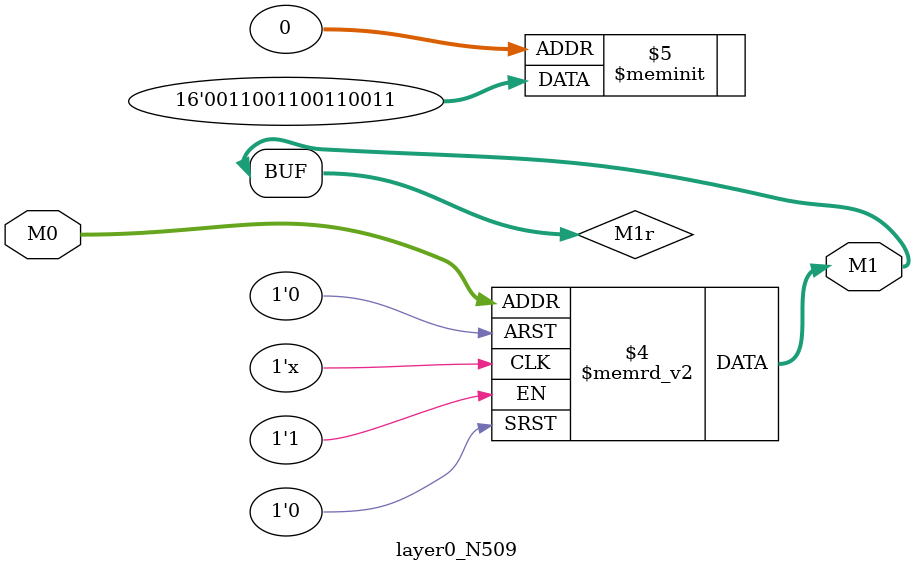
<source format=v>
module layer0_N509 ( input [2:0] M0, output [1:0] M1 );

	(*rom_style = "distributed" *) reg [1:0] M1r;
	assign M1 = M1r;
	always @ (M0) begin
		case (M0)
			3'b000: M1r = 2'b11;
			3'b100: M1r = 2'b11;
			3'b010: M1r = 2'b11;
			3'b110: M1r = 2'b11;
			3'b001: M1r = 2'b00;
			3'b101: M1r = 2'b00;
			3'b011: M1r = 2'b00;
			3'b111: M1r = 2'b00;

		endcase
	end
endmodule

</source>
